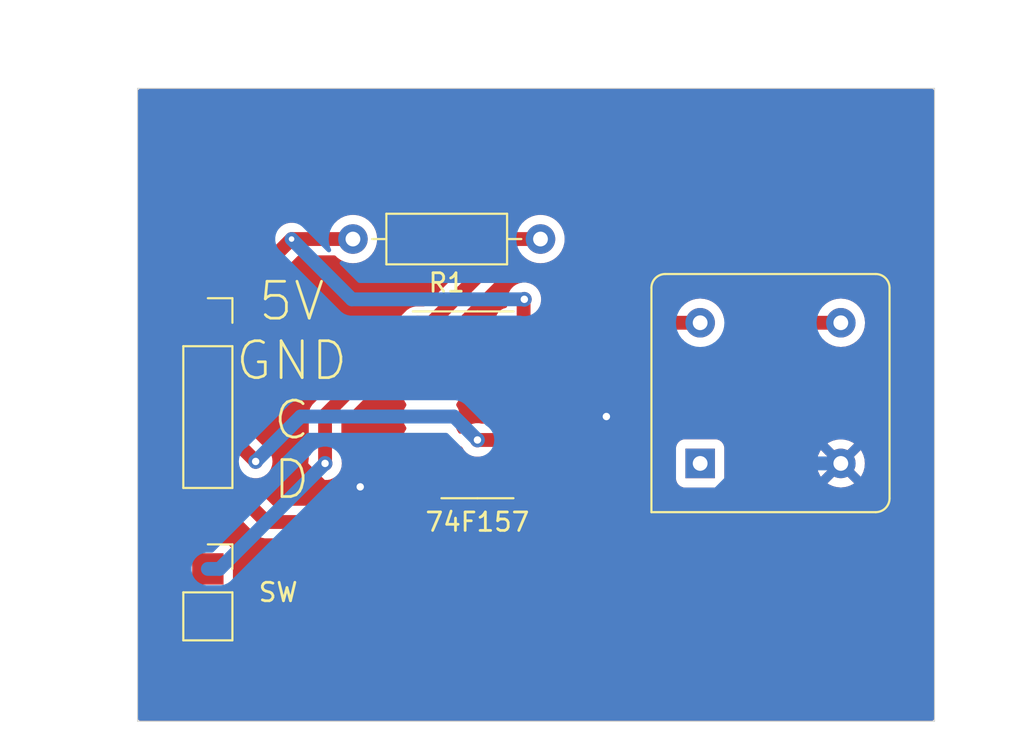
<source format=kicad_pcb>
(kicad_pcb (version 20240108) (generator "pcbnew") (generator_version "8.0")
  (layers (0 "F.Cu" signal) (31 "B.Cu" signal) (34 "B.Paste" user) (35 "F.Paste" user) (36 "B.SilkS" user "B.Silkscreen") (37 "F.SilkS" user "F.Silkscreen") (38 "B.Mask" user) (39 "F.Mask" user) (44 "Edge.Cuts" user))
  (net 0 "")
  (net 1 "/A")
  (net 2 "Net-(IC1-Pad14)")
  (net 3 "Net-(IC1-Pad13)")
  (net 4 "Net-(IC1-Pad12)")
  (net 5 "/C")
  (net 6 "Net-(IC1-Pad10)")
  (net 7 "/D")
  (net 8 "/B")
  (net 9 "Net-(IC1-Pad7)")
  (net 10 "Net-(IC1-Pad6)")
  (net 11 "Net-(IC1-Pad5)")
  (net 12 "Net-(IC1-Pad4)")
  (net 13 "Net-(IC1-Pad3)")
  (net 14 "Net-(IC1-Pad2)")
  (net 15 "Net-(IC1-Pad1)")
  (net 16 "Net-(X1-Pad1)")
  (footprint "Connector_PinSocket_2.54mm:PinSocket_1x04_P2.54mm_Vertical" (layer "F.Cu") (at 133.985 99.06)
    (property "Reference" "J1" (hide yes))
    (property "Value" "Conn_01x04_Male")
    (fp_line (start -1.33 1.27) (end -1.33 8.95) (stroke (width 0.12)) (layer "F.SilkS"))
    (fp_line (start -1.33 1.27) (end 1.33 1.27) (stroke (width 0.12)) (layer "F.SilkS"))
    (fp_line (start -1.33 8.95) (end 1.33 8.95) (stroke (width 0.12)) (layer "F.SilkS"))
    (fp_line (start 0 -1.33) (end 1.33 -1.33) (stroke (width 0.12)) (layer "F.SilkS"))
    (fp_line (start 1.33 -1.33) (end 1.33 0) (stroke (width 0.12)) (layer "F.SilkS"))
    (fp_line (start 1.33 1.27) (end 1.33 8.95) (stroke (width 0.12)) (layer "F.SilkS"))
    (pad "1" smd rect (at 0 0) (size 1.7 1.7) (layers "F.Cu" "F.Paste" "F.Mask") (net 1 "/A"))
    (pad "2" smd oval (at 0 2.54) (size 1.7 1.7) (layers "F.Cu" "F.Paste" "F.Mask") (net 8 "/B"))
    (pad "3" smd oval (at 0 5.08) (size 1.7 1.7) (layers "F.Cu" "F.Paste" "F.Mask") (net 5 "/C"))
    (pad "4" smd oval (at 0 7.62) (size 1.7 1.7) (layers "F.Cu" "F.Paste" "F.Mask") (net 7 "/D"))
  )
  (footprint "Resistor_THT:R_Axial_DIN0207_L6.3mm_D2.5mm_P10.16mm_Horizontal" (layer "F.Cu") (at 152.005 94.525 180)
    (property "Reference" "R1" (at 5.08 -2.37 0) (layer "F.SilkS"))
    (property "Value" "4.7K")
    (fp_line (start 9.12 0) (end 8.35 0) (stroke (width 0.12)) (layer "F.SilkS"))
    (fp_line (start 8.35 1.37) (end 8.35 -1.37) (stroke (width 0.12)) (layer "F.SilkS"))
    (fp_line (start 8.35 -1.37) (end 1.81 -1.37) (stroke (width 0.12)) (layer "F.SilkS"))
    (fp_line (start 1.81 1.37) (end 8.35 1.37) (stroke (width 0.12)) (layer "F.SilkS"))
    (fp_line (start 1.81 -1.37) (end 1.81 1.37) (stroke (width 0.12)) (layer "F.SilkS"))
    (fp_line (start 1.04 0) (end 1.81 0) (stroke (width 0.12)) (layer "F.SilkS"))
    (pad "1" thru_hole circle (at 0 0 180) (size 1.6 1.6) (drill 0.8) (layers "*.Cu" "*.Mask") (net 15 "Net-(IC1-Pad1)"))
    (pad "2" thru_hole oval (at 10.16 0 180) (size 1.6 1.6) (drill 0.8) (layers "*.Cu" "*.Mask") (net 1 "/A"))
  )
  (footprint "Connector_PinSocket_2.54mm:PinSocket_1x02_P2.54mm_Vertical" (layer "F.Cu") (at 133.985 112.395)
    (property "Reference" "SW1" (hide yes))
    (property "Value" "Conn_01x02_Male")
    (fp_line (start -1.33 1.27) (end -1.33 3.87) (stroke (width 0.12)) (layer "F.SilkS"))
    (fp_line (start -1.33 1.27) (end 1.33 1.27) (stroke (width 0.12)) (layer "F.SilkS"))
    (fp_line (start -1.33 3.87) (end 1.33 3.87) (stroke (width 0.12)) (layer "F.SilkS"))
    (fp_line (start 0 -1.33) (end 1.33 -1.33) (stroke (width 0.12)) (layer "F.SilkS"))
    (fp_line (start 1.33 -1.33) (end 1.33 0) (stroke (width 0.12)) (layer "F.SilkS"))
    (fp_line (start 1.33 1.27) (end 1.33 3.87) (stroke (width 0.12)) (layer "F.SilkS"))
    (pad "1" smd rect (at 0 0) (size 1.7 1.7) (layers "F.Cu" "F.Paste" "F.Mask") (net 15 "Net-(IC1-Pad1)"))
    (pad "2" smd oval (at 0 2.54) (size 1.7 1.7) (layers "F.Cu" "F.Paste" "F.Mask") (net 8 "/B"))
  )
  (footprint "Oscillator:Oscillator_DIP-8" (layer "F.Cu") (at 160.655 106.68)
    (property "Reference" "X1" (hide yes))
    (property "Value" "CXO_DIP8")
    (fp_line (start -2.64 -9.51) (end -2.64 2.64) (stroke (width 0.12)) (layer "F.SilkS"))
    (fp_line (start -2.64 2.64) (end 9.51 2.64) (stroke (width 0.12)) (layer "F.SilkS"))
    (fp_line (start 9.51 -10.26) (end -1.89 -10.26) (stroke (width 0.12)) (layer "F.SilkS"))
    (fp_line (start 10.26 1.89) (end 10.26 -9.51) (stroke (width 0.12)) (layer "F.SilkS"))
    (fp_arc (start -2.64 -9.51) (mid -2.42033 -10.04033) (end -1.89 -10.26) (stroke (width 0.12)) (layer "F.SilkS"))
    (fp_arc (start 9.51 -10.26) (mid 10.04033 -10.04033) (end 10.26 -9.51) (stroke (width 0.12)) (layer "F.SilkS"))
    (fp_arc (start 10.26 1.89) (mid 10.04033 2.42033) (end 9.51 2.64) (stroke (width 0.12)) (layer "F.SilkS"))
    (pad "1" thru_hole rect (at 0 0) (size 1.6 1.6) (drill 0.8) (layers "*.Cu" "*.Mask") (net 16 "Net-(X1-Pad1)"))
    (pad "4" thru_hole circle (at 7.62 0) (size 1.6 1.6) (drill 0.8) (layers "*.Cu" "*.Mask") (net 8 "/B"))
    (pad "5" thru_hole circle (at 7.62 -7.62) (size 1.6 1.6) (drill 0.8) (layers "*.Cu" "*.Mask") (net 6 "Net-(IC1-Pad10)"))
    (pad "8" thru_hole circle (at 0 -7.62) (size 1.6 1.6) (drill 0.8) (layers "*.Cu" "*.Mask") (net 1 "/A"))
  )
  (footprint "Compact XVI and XVI overclock:X68000" (layer "F.Cu") (at 163 90.375)
    (property "Reference" "G***" (hide yes))
    (property "Value" "LOGO" (hide yes))
  )
  (footprint "Package_SO:SOP-16_3.9x9.9mm_P1.27mm" (layer "F.Cu") (at 148.59 103.505)
    (property "Reference" "IC1" (hide yes))
    (property "Value" "SN74F157AD")
    (fp_line (start 0 -5.06) (end -3.5 -5.06) (stroke (width 0.12)) (layer "F.SilkS"))
    (fp_line (start 0 -5.06) (end 1.95 -5.06) (stroke (width 0.12)) (layer "F.SilkS"))
    (fp_line (start 0 5.06) (end -1.95 5.06) (stroke (width 0.12)) (layer "F.SilkS"))
    (fp_line (start 0 5.06) (end 1.95 5.06) (stroke (width 0.12)) (layer "F.SilkS"))
    (pad "1" smd roundrect (at -2.5 -4.445) (size 2 0.6) (layers "F.Cu" "F.Paste" "F.Mask") (net 15 "Net-(IC1-Pad1)"))
    (pad "2" smd roundrect (at -2.5 -3.175) (size 2 0.6) (layers "F.Cu" "F.Paste" "F.Mask") (net 14 "Net-(IC1-Pad2)"))
    (pad "3" smd roundrect (at -2.5 -1.905) (size 2 0.6) (layers "F.Cu" "F.Paste" "F.Mask") (net 13 "Net-(IC1-Pad3)"))
    (pad "4" smd roundrect (at -2.5 -0.635) (size 2 0.6) (layers "F.Cu" "F.Paste" "F.Mask") (net 12 "Net-(IC1-Pad4)"))
    (pad "5" smd roundrect (at -2.5 0.635) (size 2 0.6) (layers "F.Cu" "F.Paste" "F.Mask") (net 11 "Net-(IC1-Pad5)"))
    (pad "6" smd roundrect (at -2.5 1.905) (size 2 0.6) (layers "F.Cu" "F.Paste" "F.Mask") (net 10 "Net-(IC1-Pad6)"))
    (pad "7" smd roundrect (at -2.5 3.175) (size 2 0.6) (layers "F.Cu" "F.Paste" "F.Mask") (net 9 "Net-(IC1-Pad7)"))
    (pad "8" smd roundrect (at -2.5 4.445) (size 2 0.6) (layers "F.Cu" "F.Paste" "F.Mask") (net 8 "/B"))
    (pad "9" smd roundrect (at 2.5 4.445) (size 2 0.6) (layers "F.Cu" "F.Paste" "F.Mask") (net 7 "/D"))
    (pad "10" smd roundrect (at 2.5 3.175) (size 2 0.6) (layers "F.Cu" "F.Paste" "F.Mask") (net 6 "Net-(IC1-Pad10)"))
    (pad "11" smd roundrect (at 2.5 1.905) (size 2 0.6) (layers "F.Cu" "F.Paste" "F.Mask") (net 5 "/C"))
    (pad "12" smd roundrect (at 2.5 0.635) (size 2 0.6) (layers "F.Cu" "F.Paste" "F.Mask") (net 4 "Net-(IC1-Pad12)"))
    (pad "13" smd roundrect (at 2.5 -0.635) (size 2 0.6) (layers "F.Cu" "F.Paste" "F.Mask") (net 3 "Net-(IC1-Pad13)"))
    (pad "14" smd roundrect (at 2.5 -1.905) (size 2 0.6) (layers "F.Cu" "F.Paste" "F.Mask") (net 2 "Net-(IC1-Pad14)"))
    (pad "15" smd roundrect (at 2.5 -3.175) (size 2 0.6) (layers "F.Cu" "F.Paste" "F.Mask") (net 8 "/B"))
    (pad "16" smd roundrect (at 2.5 -4.445) (size 2 0.6) (layers "F.Cu" "F.Paste" "F.Mask") (net 1 "/A"))
  )
  (gr_line (start 173.355 120.65) (end 173.355 114.3) (stroke (width 0.05)) (layer "Edge.Cuts"))
  (gr_line (start 173.355 114.3) (end 173.355 86.36) (stroke (width 0.05)) (layer "Edge.Cuts"))
  (gr_line (start 130.175 120.65) (end 173.355 120.65) (stroke (width 0.05)) (layer "Edge.Cuts"))
  (gr_line (start 130.175 86.36) (end 130.175 120.65) (stroke (width 0.05)) (layer "Edge.Cuts"))
  (gr_line (start 173.355 86.36) (end 130.175 86.36) (stroke (width 0.05)) (layer "Edge.Cuts"))
  (gr_text "74F157" (at 148.59 109.855 0) (layer "F.SilkS") (effects (font (size 1 1))))
  (gr_text "5V\nGND\nC\nD" (at 138.525 102.725 0) (layer "F.SilkS") (effects (font (size 2 2))))
  (gr_text "SW\n" (at 137.795 113.665 0) (layer "F.SilkS") (effects (font (size 1 1))))
  (segment (start 133.985 99.06) (end 138.52 94.525) (width 0.75) (layer "F.Cu") (net 1))
  (segment (start 151.09 97.83) (end 151.13 97.79) (width 0.75) (layer "F.Cu") (net 1))
  (segment (start 151.09 99.06) (end 160.655 99.06) (width 0.75) (layer "F.Cu") (net 1))
  (segment (start 138.52 94.525) (end 141.845 94.525) (width 0.75) (layer "F.Cu") (net 1))
  (segment (start 151.09 99.06) (end 151.09 97.83) (width 0.75) (layer "F.Cu") (net 1))
  (via (at 138.52 94.525) (size 0.5) (drill 0.3) (layers "F.Cu" "B.Cu") (net 1))
  (via (at 151.13 97.79) (size 0.8) (drill 0.4) (layers "F.Cu" "B.Cu") (net 1))
  (segment (start 151.13 97.79) (end 151.13 97.79) (width 0.25) (layer "B.Cu") (net 1))
  (segment (start 141.785 97.79) (end 138.52 94.525) (width 0.75) (layer "B.Cu") (net 1))
  (segment (start 151.13 97.79) (end 141.785 97.79) (width 0.75) (layer "B.Cu") (net 1))
  (segment (start 148.59 105.41) (end 148.59 105.41) (width 0.25) (layer "F.Cu") (net 5))
  (segment (start 148.59 105.41) (end 151.09 105.41) (width 0.75) (layer "F.Cu") (net 5))
  (segment (start 134.14 104.14) (end 136.575 106.575) (width 0.75) (layer "F.Cu") (net 5))
  (segment (start 133.985 104.14) (end 134.14 104.14) (width 0.75) (layer "F.Cu") (net 5))
  (via (at 148.59 105.41) (size 0.8) (drill 0.4) (layers "F.Cu" "B.Cu") (net 5))
  (via (at 136.575 106.575) (size 0.8) (drill 0.4) (layers "F.Cu" "B.Cu") (net 5))
  (segment (start 139.01 104.14) (end 147.32 104.14) (width 0.75) (layer "B.Cu") (net 5))
  (segment (start 136.575 106.575) (end 139.01 104.14) (width 0.75) (layer "B.Cu") (net 5))
  (segment (start 147.32 104.14) (end 148.59 105.41) (width 0.75) (layer "B.Cu") (net 5))
  (segment (start 160.193002 100.965) (end 154.478002 106.68) (width 0.75) (layer "F.Cu") (net 6))
  (segment (start 163.195 99.06) (end 161.29 100.965) (width 0.75) (layer "F.Cu") (net 6))
  (segment (start 154.478002 106.68) (end 151.09 106.68) (width 0.75) (layer "F.Cu") (net 6))
  (segment (start 161.29 100.965) (end 160.193002 100.965) (width 0.75) (layer "F.Cu") (net 6))
  (segment (start 168.275 99.06) (end 163.195 99.06) (width 0.75) (layer "F.Cu") (net 6))
  (segment (start 151.09 109.815) (end 151.05 109.855) (width 0.25) (layer "F.Cu") (net 7))
  (segment (start 151.09 107.95) (end 151.09 109.815) (width 0.75) (layer "F.Cu") (net 7))
  (segment (start 151.05 109.855) (end 137.16 109.855) (width 0.75) (layer "F.Cu") (net 7))
  (segment (start 137.16 109.855) (end 133.985 106.68) (width 0.75) (layer "F.Cu") (net 7))
  (segment (start 155.575 104.14) (end 155.575 104.14) (width 0.25) (layer "F.Cu") (net 8))
  (segment (start 151.09 100.33) (end 151.39 100.03) (width 0.75) (layer "F.Cu") (net 8))
  (segment (start 133.985 101.773002) (end 133.985 101.6) (width 0.75) (layer "F.Cu") (net 8))
  (segment (start 151.39 100.03) (end 151.545322 100.03) (width 0.75) (layer "F.Cu") (net 8))
  (segment (start 140.161998 107.95) (end 133.985 101.773002) (width 0.75) (layer "F.Cu") (net 8))
  (segment (start 151.545322 100.03) (end 155.575 104.059678) (width 0.75) (layer "F.Cu") (net 8))
  (segment (start 155.575 104.059678) (end 155.575 104.14) (width 0.75) (layer "F.Cu") (net 8))
  (segment (start 146.09 107.95) (end 140.161998 107.95) (width 0.75) (layer "F.Cu") (net 8))
  (via (at 142.24 107.95) (size 0.8) (drill 0.4) (layers "F.Cu" "B.Cu") (net 8))
  (via (at 155.575 104.14) (size 0.8) (drill 0.4) (layers "F.Cu" "B.Cu") (net 8))
  (segment (start 155.575 110.49) (end 155.575 110.49) (width 0.25) (layer "B.Cu") (net 8))
  (segment (start 142.24 107.95) (end 142.24 107.95) (width 0.75) (layer "B.Cu") (net 8))
  (segment (start 159.480002 110.49) (end 155.575 110.49) (width 0.75) (layer "B.Cu") (net 8))
  (segment (start 155.575 104.14) (end 155.575 110.49) (width 0.75) (layer "B.Cu") (net 8))
  (segment (start 133.985 114.935) (end 142.24 114.935) (width 0.75) (layer "B.Cu") (net 8))
  (segment (start 168.275 106.68) (end 163.290002 106.68) (width 0.75) (layer "B.Cu") (net 8))
  (segment (start 151.13 114.935) (end 155.575 110.49) (width 0.75) (layer "B.Cu") (net 8))
  (segment (start 163.290002 106.68) (end 159.480002 110.49) (width 0.75) (layer "B.Cu") (net 8))
  (segment (start 142.24 114.935) (end 142.24 107.95) (width 0.75) (layer "B.Cu") (net 8))
  (segment (start 142.24 114.935) (end 151.13 114.935) (width 0.75) (layer "B.Cu") (net 8))
  (segment (start 140.335 106.68) (end 140.335 106.68) (width 0.25) (layer "F.Cu") (net 15))
  (segment (start 140.335 106.68) (end 140.335 104.059678) (width 0.75) (layer "F.Cu") (net 15))
  (segment (start 145.334678 99.06) (end 146.09 99.06) (width 0.75) (layer "F.Cu") (net 15))
  (segment (start 152.005 94.525) (end 150.625 94.525) (width 0.75) (layer "F.Cu") (net 15))
  (segment (start 150.625 94.525) (end 146.09 99.06) (width 0.75) (layer "F.Cu") (net 15))
  (segment (start 140.335 104.059678) (end 145.334678 99.06) (width 0.75) (layer "F.Cu") (net 15))
  (via (at 140.335 106.68) (size 0.8) (drill 0.4) (layers "F.Cu" "B.Cu") (net 15))
  (segment (start 133.985 112.395) (end 134.62 112.395) (width 0.75) (layer "B.Cu") (net 15))
  (segment (start 134.62 112.395) (end 140.335 106.68) (width 0.75) (layer "B.Cu") (net 15))
  (zone (net 8) (net_name "/B") (layers "F&B.Cu") (connect_pads (clearance 0.508)) (min_thickness 0.25) (fill yes (thermal_gap 0.5) (thermal_bridge_width 0.5))
    (polygon (pts (xy 122.725 81.575) (xy 122.725 121.8) (xy 178.025 121.8) (xy 178.2 121.625) (xy 178.2 81.65) (xy 178.125 81.575)))
  )
)
</source>
